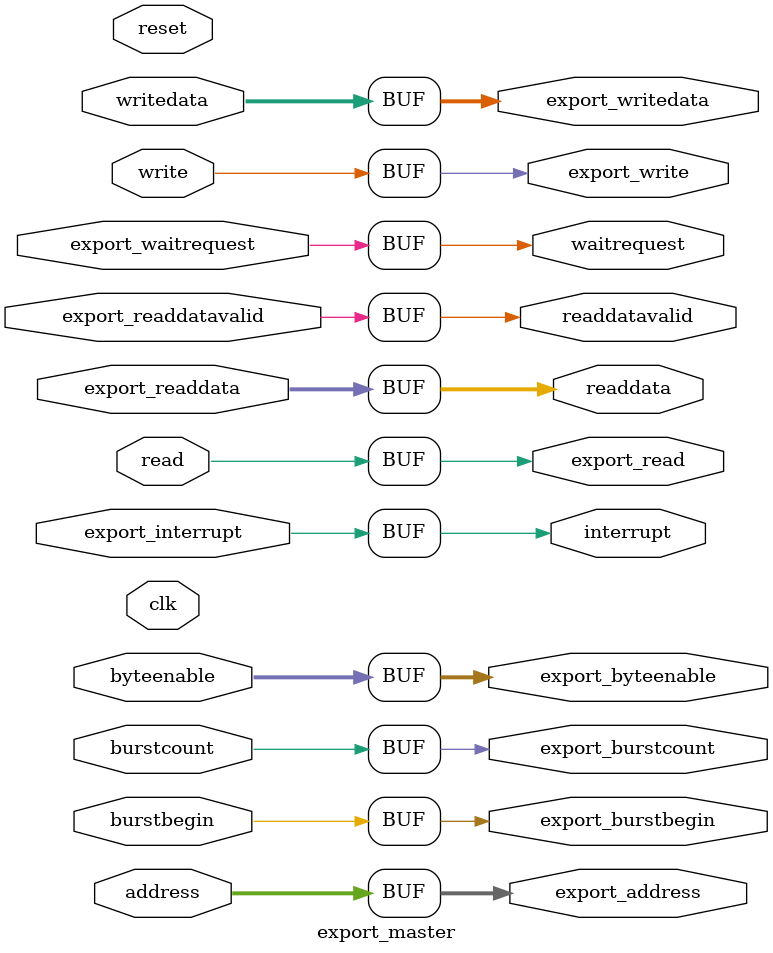
<source format=v>
module export_master (
    clk,
    reset,
    address,
    read,
    readdata,
    readdatavalid,
    write,
    writedata,
    burstcount,
    byteenable,
    waitrequest,
    burstbegin,
    export_address,
    export_read,
    export_readdata,
    export_readdatavalid,
    export_write,
    export_writedata,
    export_burstcount,
    export_burstbegin,
    export_byteenable,
    export_waitrequest,
    interrupt,
    export_interrupt
);
parameter NUM_BYTES = 4;
parameter BYTE_ADDRESS_WIDTH = 32;
parameter WORD_ADDRESS_WIDTH = 32;
parameter BURSTCOUNT_WIDTH = 1;
localparam DATA_WIDTH = NUM_BYTES * 8;
localparam ADDRESS_SHIFT = BYTE_ADDRESS_WIDTH - WORD_ADDRESS_WIDTH;
input clk;
input reset;
input [WORD_ADDRESS_WIDTH-1:0] address;
input read;
output [DATA_WIDTH-1:0] readdata;
output readdatavalid;
input write;
input [DATA_WIDTH-1:0] writedata;
input [BURSTCOUNT_WIDTH-1:0] burstcount;
input burstbegin;
input [NUM_BYTES-1:0] byteenable;
output waitrequest;
output interrupt;
output [BYTE_ADDRESS_WIDTH-1:0] export_address;
output export_read;
input [DATA_WIDTH-1:0] export_readdata;
input export_readdatavalid;
output export_write;
output [DATA_WIDTH-1:0] export_writedata;
output [BURSTCOUNT_WIDTH-1:0] export_burstcount;
output export_burstbegin;
output [NUM_BYTES-1:0] export_byteenable;
input export_waitrequest;
input export_interrupt;
assign export_address = address << ADDRESS_SHIFT;
assign export_read = read;
assign readdata = export_readdata;
assign readdatavalid = export_readdatavalid;
assign export_write = write;
assign export_writedata = writedata;
assign export_burstcount = burstcount;
assign export_burstbegin = burstbegin;
assign export_byteenable = byteenable;
assign interrupt = export_interrupt;
assign waitrequest = export_waitrequest;
endmodule
</source>
